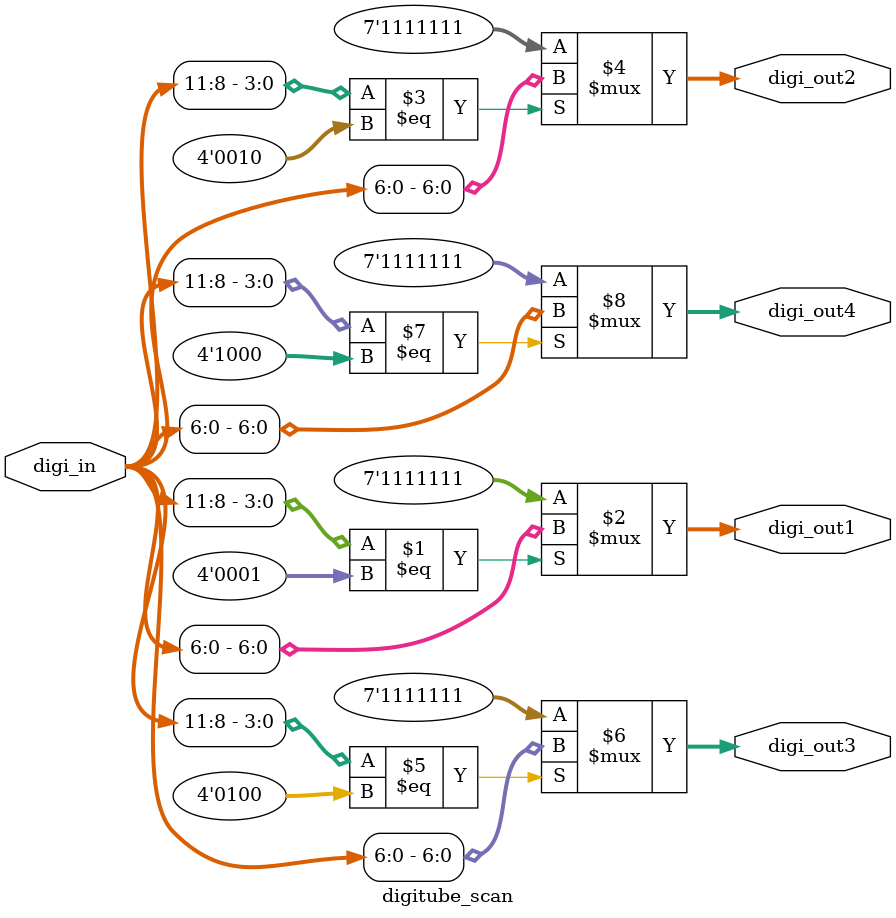
<source format=v>
module digitube_scan(
    input [11:0] digi_in,   //AN3,AN2,AN1,AN0,DP,CG,CF,CE,CD,CC,CB,CA
    output [6:0] digi_out1, //0: CG,CF,CE,CD,CC,CB,CA
    output [6:0] digi_out2, //1: CG,CF,CE,CD,CC,CB,CA
    output [6:0] digi_out3, //2: CG,CF,CE,CD,CC,CB,CA
    output [6:0] digi_out4  //3: CG,CF,CE,CD,CC,CB,CA
);

assign digi_out1=(digi_in[11:8]==4'b0001)?digi_in[6:0]:7'b111_1111;
assign digi_out2=(digi_in[11:8]==4'b0010)?digi_in[6:0]:7'b111_1111;
assign digi_out3=(digi_in[11:8]==4'b0100)?digi_in[6:0]:7'b111_1111;
assign digi_out4=(digi_in[11:8]==4'b1000)?digi_in[6:0]:7'b111_1111;

endmodule

</source>
